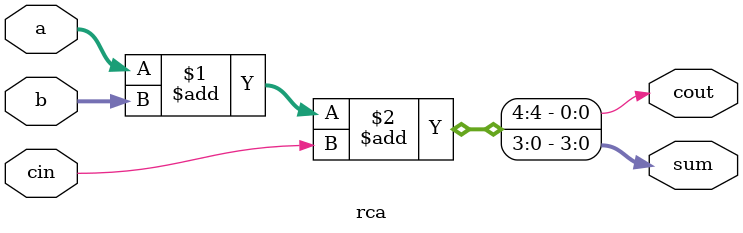
<source format=v>
module rca #(parameter size=4)
(
  input [size-1:0] a,b,
  input cin,
  output [size-1:0] sum,
  output cout
);
  assign {cout,sum} = a+b+cin;
endmodule

</source>
